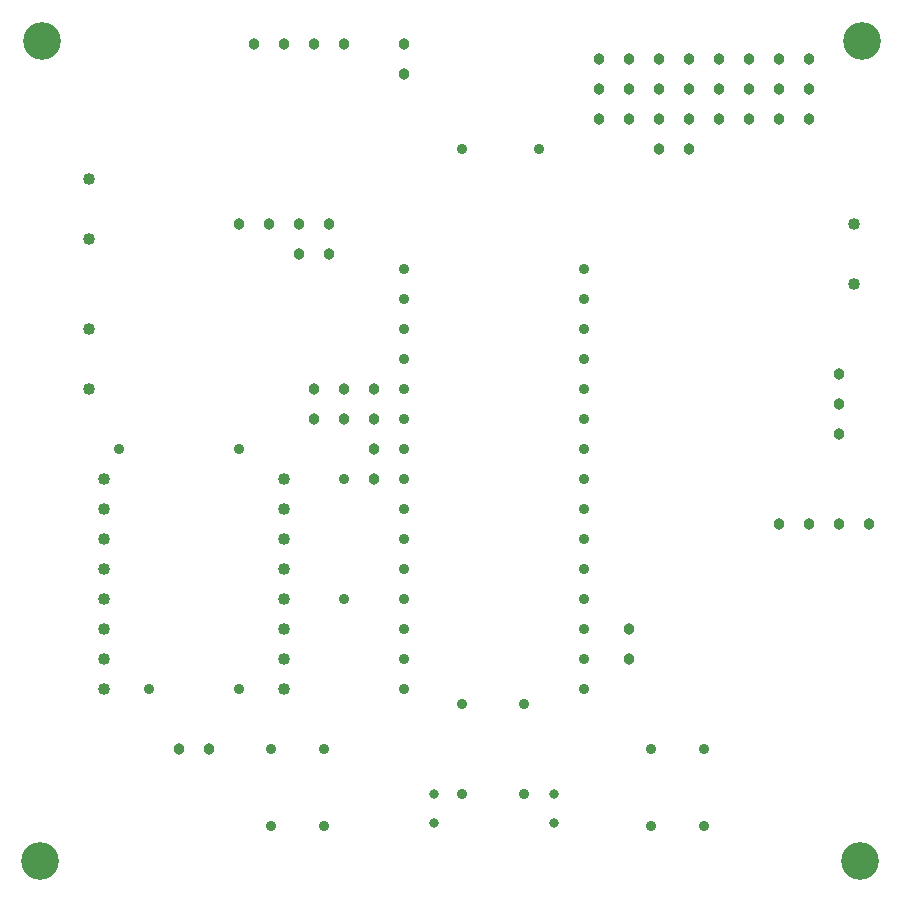
<source format=gbr>
%TF.GenerationSoftware,Novarm,DipTrace,3.2.0.0*%
%TF.CreationDate,2018-08-20T17:19:46+05:00*%
%FSLAX26Y26*%
%MOIN*%
%TF.FileFunction,Plated,1,2,PTH,Drill*%
%TF.Part,Single*%
%TA.AperFunction,ComponentDrill*%
%ADD33C,0.125984*%
%ADD34C,0.031497*%
%ADD35C,0.036*%
%ADD36C,0.035433*%
%ADD37C,0.038*%
%ADD38C,0.035*%
%ADD39C,0.04*%
G75*
G01*
D33*
X104800Y110300D3*
X2837000D3*
X2842100Y2843800D3*
X109800D3*
D34*
X1416900Y234700D3*
X1816900D3*
X1416900Y333100D3*
X1816900D3*
D35*
X1916900Y983100D3*
X1316900Y683100D3*
X1916900Y1183100D3*
X1316900Y1383100D3*
Y1583100D3*
X1916900Y1483100D3*
Y1683100D3*
X1316900D3*
Y1183100D3*
Y983100D3*
X1916900Y883100D3*
X1316900Y1283100D3*
X1916900Y683100D3*
X1316900Y1483100D3*
X1916900Y1083100D3*
X1316900Y2083100D3*
X1916900Y783100D3*
Y1783100D3*
Y1583100D3*
Y1983100D3*
Y2083100D3*
Y1883100D3*
X1316900Y883100D3*
Y1083100D3*
Y783100D3*
Y1783100D3*
X1916900Y1383100D3*
Y1283100D3*
X1316900Y1883100D3*
Y1983100D3*
D36*
X1511000Y2483100D3*
X1766900D3*
D37*
X2166900D3*
X1016900Y1683100D3*
X2766900Y1733100D3*
X2066900Y2683100D3*
X1066900Y2133100D3*
X2266900Y2483100D3*
X2366900Y2683100D3*
X2066900Y2783100D3*
X1216900Y1483100D3*
X2066900Y2583100D3*
X2166900D3*
X2066900Y783100D3*
X2366900Y2583100D3*
X966900Y2133100D3*
X2066900Y883100D3*
X2466900Y2683100D3*
X1116900Y2833100D3*
X2666900Y2683100D3*
X2266900Y2583100D3*
X1316900Y2833100D3*
X2566900Y2583100D3*
X2766900Y1533100D3*
X2866900Y1233100D3*
X2766900Y1633100D3*
X566900Y483100D3*
X2666900Y2783100D3*
X2566900D3*
X1116900Y1683100D3*
X1216900Y1583100D3*
X1316900Y2733100D3*
X816900Y2833100D3*
X866900Y2233100D3*
X1966900Y2683100D3*
Y2783100D3*
X916900Y2833100D3*
X2266900Y2783100D3*
X2466900Y2583100D3*
X2666900Y1233100D3*
X2466900Y2783100D3*
X2666900Y2583100D3*
X2166900Y2783100D3*
X2766900Y1233100D3*
X1116900Y1583100D3*
X666900Y483100D3*
X2266900Y2683100D3*
X2566900D3*
Y1233100D3*
X2166900Y2683100D3*
X1966900Y2583100D3*
X766900Y2233100D3*
X1216900Y1683100D3*
Y1383100D3*
X966900Y2233100D3*
X1016900Y2833100D3*
X1066900Y2233100D3*
X1016900Y1583100D3*
X2366900Y2783100D3*
D38*
X466900Y683100D3*
X766900D3*
X1049300Y227200D3*
X366900Y1483100D3*
X2139700Y483100D3*
X872100Y227200D3*
X1116900Y1383100D3*
X1049300Y483100D3*
X1116900Y983100D3*
X766900Y1483100D3*
X1511400Y333100D3*
X872100Y483100D3*
X2316900D3*
X1716900Y333100D3*
Y633100D3*
X1511400D3*
X2139700Y227200D3*
X2316900D3*
D39*
X316900Y1383100D3*
X2816900Y2033100D3*
X266900Y1683100D3*
Y2383100D3*
X916900Y1283100D3*
X316900Y883100D3*
X916900Y783100D3*
X316900Y1183100D3*
X266900Y2183100D3*
X2816900Y2233100D3*
X316900Y1283100D3*
Y683100D3*
X266900Y1883100D3*
X316900Y983100D3*
X916900Y683100D3*
Y1083100D3*
X316900D3*
X916900Y983100D3*
Y1183100D3*
X316900Y783100D3*
X916900Y883100D3*
Y1383100D3*
M02*

</source>
